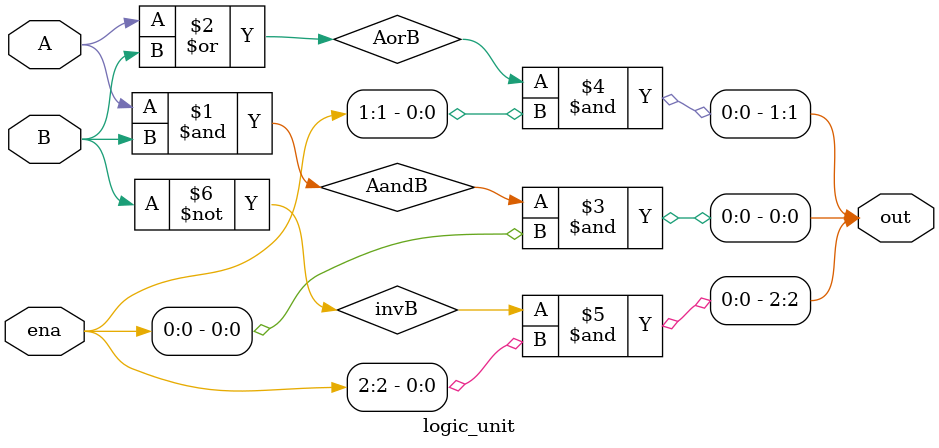
<source format=v>
	module logic_unit (out, ena, A, B);
	input A, B;
	input [2:0] ena;
	output [2:0] out;
	wire AandB, AorB, invB;

	and (AandB, A, B);
	or  (AorB, A, B);
	not (invB, B);

	and (out[0], AandB, ena[0]);
	and (out[1], AorB, ena[1]);
	and (out[2], invB, ena[2]);
	endmodule

</source>
